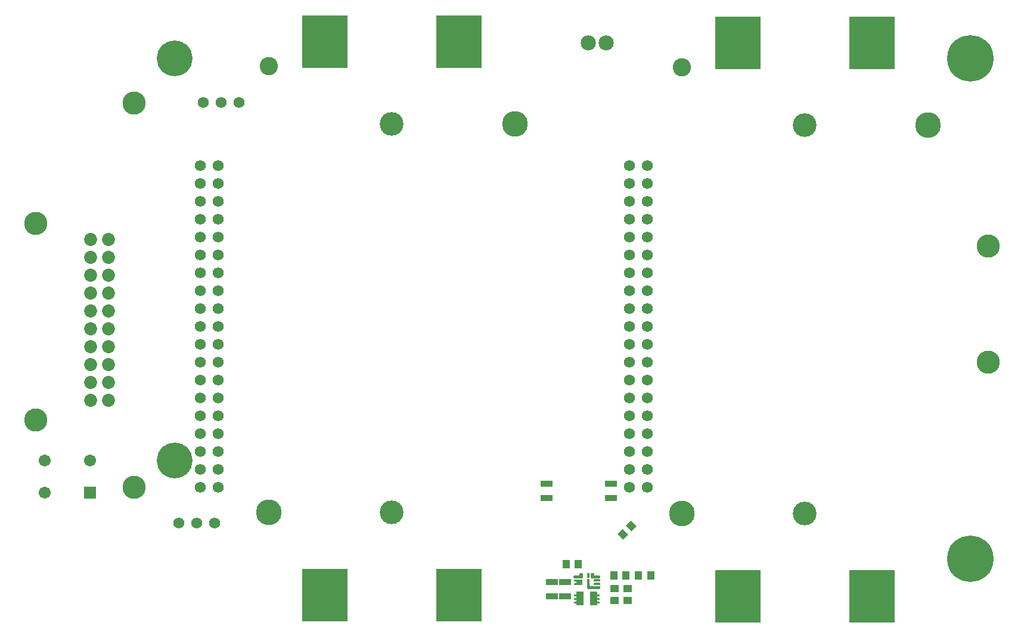
<source format=gbs>
G04*
G04 #@! TF.GenerationSoftware,Altium Limited,Altium Designer,25.8.1 (18)*
G04*
G04 Layer_Color=16711935*
%FSLAX25Y25*%
%MOIN*%
G70*
G04*
G04 #@! TF.SameCoordinates,E1838567-EF02-44A7-8A02-23B903FEE0B8*
G04*
G04*
G04 #@! TF.FilePolarity,Negative*
G04*
G01*
G75*
%ADD26R,0.04000X0.04700*%
%ADD28R,0.04700X0.04000*%
%ADD43R,0.06587X0.03241*%
%ADD44C,0.07296*%
%ADD45C,0.06200*%
%ADD46C,0.14383*%
%ADD47C,0.10209*%
%ADD48C,0.13280*%
%ADD49C,0.06737*%
%ADD50R,0.06737X0.06737*%
%ADD51C,0.08477*%
%ADD52C,0.20000*%
%ADD53C,0.13000*%
%ADD54C,0.26000*%
G04:AMPARAMS|DCode=84|XSize=40mil|YSize=47mil|CornerRadius=0mil|HoleSize=0mil|Usage=FLASHONLY|Rotation=225.000|XOffset=0mil|YOffset=0mil|HoleType=Round|Shape=Rectangle|*
%AMROTATEDRECTD84*
4,1,4,-0.00248,0.03076,0.03076,-0.00248,0.00248,-0.03076,-0.03076,0.00248,-0.00248,0.03076,0.0*
%
%ADD84ROTATEDRECTD84*%

%ADD88R,0.25800X0.29698*%
G36*
X431319Y87465D02*
X431343D01*
X431362Y87461D01*
X431382Y87457D01*
X431402Y87449D01*
X431421Y87441D01*
X431441Y87433D01*
X431457Y87425D01*
X431476Y87417D01*
X431492Y87406D01*
X431512Y87394D01*
X431528Y87382D01*
X431543Y87366D01*
X431559Y87354D01*
X431571Y87339D01*
X431587Y87323D01*
X431598Y87307D01*
X431610Y87287D01*
X431622Y87272D01*
X431630Y87252D01*
X431638Y87236D01*
X431646Y87217D01*
X431653Y87197D01*
X431661Y87177D01*
X431665Y87157D01*
X431669Y87138D01*
Y87114D01*
X431673Y87094D01*
Y87075D01*
Y85303D01*
Y85283D01*
X431669Y85264D01*
Y85240D01*
X431665Y85220D01*
X431661Y85201D01*
X431653Y85181D01*
X431646Y85161D01*
X431638Y85142D01*
X431630Y85126D01*
X431622Y85106D01*
X431610Y85091D01*
X431598Y85071D01*
X431587Y85055D01*
X431571Y85039D01*
X431559Y85024D01*
X431543Y85012D01*
X431528Y84996D01*
X431512Y84984D01*
X431492Y84972D01*
X431476Y84961D01*
X431457Y84953D01*
X431441Y84945D01*
X431421Y84937D01*
X431402Y84929D01*
X431382Y84921D01*
X431362Y84917D01*
X431343Y84913D01*
X431319D01*
X431299Y84909D01*
X430472D01*
X430453Y84913D01*
X430429D01*
X430409Y84917D01*
X430390Y84921D01*
X430370Y84929D01*
X430350Y84937D01*
X430331Y84945D01*
X430315Y84953D01*
X430295Y84961D01*
X430279Y84972D01*
X430260Y84984D01*
X430244Y84996D01*
X430228Y85012D01*
X430213Y85024D01*
X430201Y85039D01*
X430185Y85055D01*
X430173Y85071D01*
X430161Y85091D01*
X430150Y85106D01*
X430142Y85126D01*
X430134Y85142D01*
X430126Y85161D01*
X430118Y85181D01*
X430110Y85201D01*
X430106Y85220D01*
X430102Y85240D01*
Y85264D01*
X430098Y85283D01*
Y85303D01*
Y87075D01*
Y87094D01*
X430102Y87114D01*
Y87138D01*
X430106Y87157D01*
X430110Y87177D01*
X430118Y87197D01*
X430126Y87217D01*
X430134Y87236D01*
X430142Y87252D01*
X430150Y87272D01*
X430161Y87287D01*
X430173Y87307D01*
X430185Y87323D01*
X430201Y87339D01*
X430213Y87354D01*
X430228Y87366D01*
X430244Y87382D01*
X430260Y87394D01*
X430279Y87406D01*
X430295Y87417D01*
X430315Y87425D01*
X430331Y87433D01*
X430350Y87441D01*
X430370Y87449D01*
X430390Y87457D01*
X430409Y87461D01*
X430429Y87465D01*
X430453D01*
X430472Y87468D01*
X431299D01*
X431319Y87465D01*
D02*
G37*
G36*
X433681D02*
X433705D01*
X433724Y87461D01*
X433744Y87457D01*
X433764Y87449D01*
X433783Y87441D01*
X433803Y87433D01*
X433819Y87425D01*
X433839Y87417D01*
X433854Y87406D01*
X433874Y87394D01*
X433890Y87382D01*
X433906Y87366D01*
X433921Y87354D01*
X433933Y87339D01*
X433949Y87323D01*
X433961Y87307D01*
X433972Y87287D01*
X433984Y87272D01*
X433992Y87252D01*
X434000Y87236D01*
X434008Y87217D01*
X434016Y87197D01*
X434024Y87177D01*
X434028Y87157D01*
X434031Y87138D01*
Y87114D01*
X434035Y87094D01*
Y87075D01*
Y86287D01*
Y86276D01*
Y86268D01*
X434039Y86256D01*
Y86248D01*
X434043Y86236D01*
Y86228D01*
X434047Y86216D01*
X434051Y86209D01*
X434055Y86197D01*
X434063Y86189D01*
X434067Y86181D01*
X434075Y86173D01*
X434079Y86165D01*
X434087Y86158D01*
X434094Y86150D01*
X434102Y86142D01*
X434110Y86134D01*
X434118Y86130D01*
X434126Y86122D01*
X434134Y86118D01*
X434142Y86110D01*
X434154Y86106D01*
X434161Y86102D01*
X434173Y86098D01*
X434181D01*
X434193Y86094D01*
X434201D01*
X434213Y86090D01*
X437106D01*
X437126Y86087D01*
X437150D01*
X437169Y86083D01*
X437189Y86079D01*
X437209Y86071D01*
X437228Y86063D01*
X437248Y86055D01*
X437264Y86047D01*
X437284Y86039D01*
X437299Y86027D01*
X437319Y86016D01*
X437335Y86004D01*
X437350Y85988D01*
X437366Y85976D01*
X437378Y85961D01*
X437394Y85945D01*
X437405Y85929D01*
X437417Y85909D01*
X437429Y85894D01*
X437437Y85874D01*
X437445Y85858D01*
X437453Y85839D01*
X437461Y85819D01*
X437468Y85799D01*
X437472Y85780D01*
X437476Y85760D01*
Y85736D01*
X437480Y85716D01*
Y85697D01*
Y85106D01*
Y85087D01*
X437476Y85067D01*
Y85043D01*
X437472Y85024D01*
X437468Y85004D01*
X437461Y84984D01*
X437453Y84965D01*
X437445Y84945D01*
X437437Y84929D01*
X437429Y84909D01*
X437417Y84894D01*
X437405Y84874D01*
X437394Y84858D01*
X437378Y84842D01*
X437366Y84827D01*
X437350Y84815D01*
X437335Y84799D01*
X437319Y84787D01*
X437299Y84776D01*
X437284Y84764D01*
X437264Y84756D01*
X437248Y84748D01*
X437228Y84740D01*
X437209Y84732D01*
X437189Y84724D01*
X437169Y84720D01*
X437150Y84716D01*
X437126D01*
X437106Y84713D01*
X432638D01*
X432618Y84716D01*
X432594D01*
X432575Y84720D01*
X432555Y84724D01*
X432535Y84732D01*
X432516Y84740D01*
X432496Y84748D01*
X432480Y84756D01*
X432461Y84764D01*
X432445Y84776D01*
X432425Y84787D01*
X432409Y84799D01*
X432394Y84815D01*
X432378Y84827D01*
X432366Y84842D01*
X432350Y84858D01*
X432339Y84874D01*
X432327Y84894D01*
X432315Y84909D01*
X432307Y84929D01*
X432299Y84945D01*
X432291Y84965D01*
X432283Y84984D01*
X432276Y85004D01*
X432272Y85024D01*
X432268Y85043D01*
Y85067D01*
X432264Y85087D01*
Y85106D01*
Y87075D01*
Y87094D01*
X432268Y87114D01*
Y87138D01*
X432272Y87157D01*
X432276Y87177D01*
X432283Y87197D01*
X432291Y87217D01*
X432299Y87236D01*
X432307Y87252D01*
X432315Y87272D01*
X432327Y87287D01*
X432339Y87307D01*
X432350Y87323D01*
X432366Y87339D01*
X432378Y87354D01*
X432394Y87366D01*
X432409Y87382D01*
X432425Y87394D01*
X432445Y87406D01*
X432461Y87417D01*
X432480Y87425D01*
X432496Y87433D01*
X432516Y87441D01*
X432535Y87449D01*
X432555Y87457D01*
X432575Y87461D01*
X432594Y87465D01*
X432618D01*
X432638Y87468D01*
X433661D01*
X433681Y87465D01*
D02*
G37*
G36*
X427382D02*
X427406D01*
X427425Y87461D01*
X427445Y87457D01*
X427465Y87449D01*
X427484Y87441D01*
X427504Y87433D01*
X427520Y87425D01*
X427539Y87417D01*
X427555Y87406D01*
X427575Y87394D01*
X427591Y87382D01*
X427606Y87366D01*
X427622Y87354D01*
X427634Y87339D01*
X427650Y87323D01*
X427661Y87307D01*
X427673Y87287D01*
X427685Y87272D01*
X427693Y87252D01*
X427701Y87236D01*
X427709Y87217D01*
X427716Y87197D01*
X427724Y87177D01*
X427728Y87157D01*
X427732Y87138D01*
Y87114D01*
X427736Y87094D01*
Y87075D01*
Y85106D01*
Y85087D01*
X427732Y85067D01*
Y85043D01*
X427728Y85024D01*
X427724Y85004D01*
X427716Y84984D01*
X427709Y84965D01*
X427701Y84945D01*
X427693Y84929D01*
X427685Y84909D01*
X427673Y84894D01*
X427661Y84874D01*
X427650Y84858D01*
X427634Y84842D01*
X427622Y84827D01*
X427606Y84815D01*
X427591Y84799D01*
X427575Y84787D01*
X427555Y84776D01*
X427539Y84764D01*
X427520Y84756D01*
X427504Y84748D01*
X427484Y84740D01*
X427465Y84732D01*
X427445Y84724D01*
X427425Y84720D01*
X427406Y84716D01*
X427382D01*
X427362Y84713D01*
X422894D01*
X422874Y84716D01*
X422850D01*
X422831Y84720D01*
X422811Y84724D01*
X422791Y84732D01*
X422772Y84740D01*
X422752Y84748D01*
X422736Y84756D01*
X422717Y84764D01*
X422701Y84776D01*
X422681Y84787D01*
X422665Y84799D01*
X422650Y84815D01*
X422634Y84827D01*
X422622Y84842D01*
X422606Y84858D01*
X422594Y84874D01*
X422583Y84894D01*
X422571Y84909D01*
X422563Y84929D01*
X422555Y84945D01*
X422547Y84965D01*
X422539Y84984D01*
X422532Y85004D01*
X422528Y85024D01*
X422524Y85043D01*
Y85067D01*
X422520Y85087D01*
Y85106D01*
Y85697D01*
Y85716D01*
X422524Y85736D01*
Y85760D01*
X422528Y85780D01*
X422532Y85799D01*
X422539Y85819D01*
X422547Y85839D01*
X422555Y85858D01*
X422563Y85874D01*
X422571Y85894D01*
X422583Y85909D01*
X422594Y85929D01*
X422606Y85945D01*
X422622Y85961D01*
X422634Y85976D01*
X422650Y85988D01*
X422665Y86004D01*
X422681Y86016D01*
X422701Y86027D01*
X422717Y86039D01*
X422736Y86047D01*
X422752Y86055D01*
X422772Y86063D01*
X422791Y86071D01*
X422811Y86079D01*
X422831Y86083D01*
X422850Y86087D01*
X422874D01*
X422894Y86090D01*
X425787D01*
X425799Y86094D01*
X425807D01*
X425819Y86098D01*
X425827D01*
X425839Y86102D01*
X425846Y86106D01*
X425858Y86110D01*
X425866Y86118D01*
X425874Y86122D01*
X425882Y86130D01*
X425890Y86134D01*
X425898Y86142D01*
X425906Y86150D01*
X425913Y86158D01*
X425921Y86165D01*
X425925Y86173D01*
X425933Y86181D01*
X425937Y86189D01*
X425945Y86197D01*
X425949Y86209D01*
X425953Y86216D01*
X425957Y86228D01*
Y86236D01*
X425961Y86248D01*
Y86256D01*
X425965Y86268D01*
Y86276D01*
Y86287D01*
Y87075D01*
Y87094D01*
X425969Y87114D01*
Y87138D01*
X425972Y87157D01*
X425976Y87177D01*
X425984Y87197D01*
X425992Y87217D01*
X426000Y87236D01*
X426008Y87252D01*
X426016Y87272D01*
X426028Y87287D01*
X426039Y87307D01*
X426051Y87323D01*
X426067Y87339D01*
X426079Y87354D01*
X426094Y87366D01*
X426110Y87382D01*
X426126Y87394D01*
X426146Y87406D01*
X426161Y87417D01*
X426181Y87425D01*
X426197Y87433D01*
X426217Y87441D01*
X426236Y87449D01*
X426256Y87457D01*
X426276Y87461D01*
X426295Y87465D01*
X426319D01*
X426339Y87468D01*
X427362D01*
X427382Y87465D01*
D02*
G37*
G36*
X437126Y84118D02*
X437150D01*
X437169Y84114D01*
X437189Y84110D01*
X437209Y84102D01*
X437228Y84095D01*
X437248Y84087D01*
X437264Y84079D01*
X437284Y84071D01*
X437299Y84059D01*
X437319Y84047D01*
X437335Y84035D01*
X437350Y84020D01*
X437366Y84008D01*
X437378Y83992D01*
X437394Y83976D01*
X437405Y83961D01*
X437417Y83941D01*
X437429Y83925D01*
X437437Y83906D01*
X437445Y83890D01*
X437453Y83870D01*
X437461Y83850D01*
X437468Y83831D01*
X437472Y83811D01*
X437476Y83791D01*
Y83768D01*
X437480Y83748D01*
Y83728D01*
Y83138D01*
Y83118D01*
X437476Y83098D01*
Y83075D01*
X437472Y83055D01*
X437468Y83035D01*
X437461Y83016D01*
X437453Y82996D01*
X437445Y82976D01*
X437437Y82961D01*
X437429Y82941D01*
X437417Y82925D01*
X437405Y82906D01*
X437394Y82890D01*
X437378Y82874D01*
X437366Y82858D01*
X437350Y82846D01*
X437335Y82831D01*
X437319Y82819D01*
X437299Y82807D01*
X437284Y82795D01*
X437264Y82787D01*
X437248Y82780D01*
X437228Y82772D01*
X437209Y82764D01*
X437189Y82756D01*
X437169Y82752D01*
X437150Y82748D01*
X437126D01*
X437106Y82744D01*
X434311D01*
X434291Y82748D01*
X434268D01*
X434248Y82752D01*
X434228Y82756D01*
X434209Y82764D01*
X434189Y82772D01*
X434169Y82780D01*
X434154Y82787D01*
X434134Y82795D01*
X434118Y82807D01*
X434098Y82819D01*
X434083Y82831D01*
X434067Y82846D01*
X434051Y82858D01*
X434039Y82874D01*
X434024Y82890D01*
X434012Y82906D01*
X434000Y82925D01*
X433988Y82941D01*
X433980Y82961D01*
X433972Y82976D01*
X433965Y82996D01*
X433957Y83016D01*
X433949Y83035D01*
X433945Y83055D01*
X433941Y83075D01*
Y83098D01*
X433937Y83118D01*
Y83138D01*
Y83728D01*
Y83748D01*
X433941Y83768D01*
Y83791D01*
X433945Y83811D01*
X433949Y83831D01*
X433957Y83850D01*
X433965Y83870D01*
X433972Y83890D01*
X433980Y83906D01*
X433988Y83925D01*
X434000Y83941D01*
X434012Y83961D01*
X434024Y83976D01*
X434039Y83992D01*
X434051Y84008D01*
X434067Y84020D01*
X434083Y84035D01*
X434098Y84047D01*
X434118Y84059D01*
X434134Y84071D01*
X434154Y84079D01*
X434169Y84087D01*
X434189Y84095D01*
X434209Y84102D01*
X434228Y84110D01*
X434248Y84114D01*
X434268Y84118D01*
X434291D01*
X434311Y84122D01*
X437106D01*
X437126Y84118D01*
D02*
G37*
G36*
X427276Y83921D02*
X427283D01*
X427295Y83917D01*
X427303D01*
X427315Y83913D01*
X427323Y83909D01*
X427335Y83906D01*
X427343Y83898D01*
X427350Y83894D01*
X427358Y83886D01*
X427366Y83882D01*
X427374Y83874D01*
X427382Y83866D01*
X427390Y83858D01*
X427398Y83850D01*
X427402Y83842D01*
X427410Y83835D01*
X427413Y83827D01*
X427421Y83819D01*
X427425Y83807D01*
X427429Y83799D01*
X427433Y83787D01*
Y83780D01*
X427437Y83768D01*
Y83760D01*
X427441Y83748D01*
Y83740D01*
Y83728D01*
Y81169D01*
Y81157D01*
Y81150D01*
X427437Y81138D01*
Y81130D01*
X427433Y81118D01*
Y81110D01*
X427429Y81098D01*
X427425Y81090D01*
X427421Y81079D01*
X427413Y81071D01*
X427410Y81063D01*
X427402Y81055D01*
X427398Y81047D01*
X427390Y81039D01*
X427382Y81032D01*
X427374Y81024D01*
X427366Y81016D01*
X427358Y81012D01*
X427350Y81004D01*
X427343Y81000D01*
X427335Y80992D01*
X427323Y80988D01*
X427315Y80984D01*
X427303Y80980D01*
X427295D01*
X427283Y80976D01*
X427276D01*
X427264Y80972D01*
X422894D01*
X422882Y80976D01*
X422874D01*
X422862Y80980D01*
X422854D01*
X422843Y80984D01*
X422835Y80988D01*
X422823Y80992D01*
X422815Y81000D01*
X422807Y81004D01*
X422799Y81012D01*
X422791Y81016D01*
X422784Y81024D01*
X422776Y81032D01*
X422768Y81039D01*
X422760Y81047D01*
X422756Y81055D01*
X422748Y81063D01*
X422744Y81071D01*
X422736Y81079D01*
X422732Y81090D01*
X422728Y81098D01*
X422724Y81110D01*
Y81118D01*
X422720Y81130D01*
Y81138D01*
X422717Y81150D01*
Y81157D01*
Y81169D01*
Y81760D01*
Y81772D01*
Y81779D01*
X422720Y81791D01*
Y81799D01*
X422724Y81811D01*
Y81819D01*
X422728Y81831D01*
X422732Y81839D01*
X422736Y81850D01*
X422744Y81858D01*
X422748Y81866D01*
X422756Y81874D01*
X422760Y81882D01*
X422768Y81890D01*
X422776Y81898D01*
X422784Y81906D01*
X422791Y81913D01*
X422799Y81917D01*
X422807Y81925D01*
X422815Y81929D01*
X422823Y81937D01*
X422835Y81941D01*
X422843Y81945D01*
X422854Y81949D01*
X422862D01*
X422874Y81953D01*
X422882D01*
X422894Y81957D01*
X424114D01*
X424126Y81961D01*
X424134D01*
X424146Y81965D01*
X424154D01*
X424165Y81968D01*
X424173Y81972D01*
X424185Y81976D01*
X424193Y81984D01*
X424201Y81988D01*
X424209Y81996D01*
X424217Y82000D01*
X424224Y82008D01*
X424232Y82016D01*
X424240Y82024D01*
X424248Y82032D01*
X424252Y82039D01*
X424260Y82047D01*
X424264Y82055D01*
X424272Y82063D01*
X424276Y82075D01*
X424279Y82083D01*
X424284Y82095D01*
Y82102D01*
X424287Y82114D01*
Y82122D01*
X424291Y82134D01*
Y82142D01*
Y82153D01*
Y82744D01*
Y82756D01*
Y82764D01*
X424287Y82776D01*
Y82784D01*
X424284Y82795D01*
Y82803D01*
X424279Y82815D01*
X424276Y82823D01*
X424272Y82835D01*
X424264Y82842D01*
X424260Y82850D01*
X424252Y82858D01*
X424248Y82866D01*
X424240Y82874D01*
X424232Y82882D01*
X424224Y82890D01*
X424217Y82898D01*
X424209Y82902D01*
X424201Y82909D01*
X424193Y82913D01*
X424185Y82921D01*
X424173Y82925D01*
X424165Y82929D01*
X424154Y82933D01*
X424146D01*
X424134Y82937D01*
X424126D01*
X424114Y82941D01*
X422894D01*
X422882Y82945D01*
X422874D01*
X422862Y82949D01*
X422854D01*
X422843Y82953D01*
X422835Y82957D01*
X422823Y82961D01*
X422815Y82968D01*
X422807Y82972D01*
X422799Y82980D01*
X422791Y82984D01*
X422784Y82992D01*
X422776Y83000D01*
X422768Y83008D01*
X422760Y83016D01*
X422756Y83024D01*
X422748Y83031D01*
X422744Y83039D01*
X422736Y83047D01*
X422732Y83059D01*
X422728Y83067D01*
X422724Y83079D01*
Y83087D01*
X422720Y83098D01*
Y83106D01*
X422717Y83118D01*
Y83126D01*
Y83138D01*
Y83728D01*
Y83740D01*
Y83748D01*
X422720Y83760D01*
Y83768D01*
X422724Y83780D01*
Y83787D01*
X422728Y83799D01*
X422732Y83807D01*
X422736Y83819D01*
X422744Y83827D01*
X422748Y83835D01*
X422756Y83842D01*
X422760Y83850D01*
X422768Y83858D01*
X422776Y83866D01*
X422784Y83874D01*
X422791Y83882D01*
X422799Y83886D01*
X422807Y83894D01*
X422815Y83898D01*
X422823Y83906D01*
X422835Y83909D01*
X422843Y83913D01*
X422854Y83917D01*
X422862D01*
X422874Y83921D01*
X422882D01*
X422894Y83925D01*
X427264D01*
X427276Y83921D01*
D02*
G37*
G36*
X437126Y82150D02*
X437150D01*
X437169Y82146D01*
X437189Y82142D01*
X437209Y82134D01*
X437228Y82126D01*
X437248Y82118D01*
X437264Y82110D01*
X437284Y82102D01*
X437299Y82091D01*
X437319Y82079D01*
X437335Y82067D01*
X437350Y82051D01*
X437366Y82039D01*
X437378Y82024D01*
X437394Y82008D01*
X437405Y81992D01*
X437417Y81972D01*
X437429Y81957D01*
X437437Y81937D01*
X437445Y81921D01*
X437453Y81902D01*
X437461Y81882D01*
X437468Y81862D01*
X437472Y81842D01*
X437476Y81823D01*
Y81799D01*
X437480Y81779D01*
Y81760D01*
Y81169D01*
Y81150D01*
X437476Y81130D01*
Y81106D01*
X437472Y81087D01*
X437468Y81067D01*
X437461Y81047D01*
X437453Y81028D01*
X437445Y81008D01*
X437437Y80992D01*
X437429Y80972D01*
X437417Y80957D01*
X437405Y80937D01*
X437394Y80921D01*
X437378Y80905D01*
X437366Y80890D01*
X437350Y80878D01*
X437335Y80862D01*
X437319Y80850D01*
X437299Y80839D01*
X437284Y80827D01*
X437264Y80819D01*
X437248Y80811D01*
X437228Y80803D01*
X437209Y80795D01*
X437189Y80787D01*
X437169Y80783D01*
X437150Y80779D01*
X437126D01*
X437106Y80776D01*
X434311D01*
X434291Y80779D01*
X434268D01*
X434248Y80783D01*
X434228Y80787D01*
X434209Y80795D01*
X434189Y80803D01*
X434169Y80811D01*
X434154Y80819D01*
X434134Y80827D01*
X434118Y80839D01*
X434098Y80850D01*
X434083Y80862D01*
X434067Y80878D01*
X434051Y80890D01*
X434039Y80905D01*
X434024Y80921D01*
X434012Y80937D01*
X434000Y80957D01*
X433988Y80972D01*
X433980Y80992D01*
X433972Y81008D01*
X433965Y81028D01*
X433957Y81047D01*
X433949Y81067D01*
X433945Y81087D01*
X433941Y81106D01*
Y81130D01*
X433937Y81150D01*
Y81169D01*
Y81760D01*
Y81779D01*
X433941Y81799D01*
Y81823D01*
X433945Y81842D01*
X433949Y81862D01*
X433957Y81882D01*
X433965Y81902D01*
X433972Y81921D01*
X433980Y81937D01*
X433988Y81957D01*
X434000Y81972D01*
X434012Y81992D01*
X434024Y82008D01*
X434039Y82024D01*
X434051Y82039D01*
X434067Y82051D01*
X434083Y82067D01*
X434098Y82079D01*
X434118Y82091D01*
X434134Y82102D01*
X434154Y82110D01*
X434169Y82118D01*
X434189Y82126D01*
X434209Y82134D01*
X434228Y82142D01*
X434248Y82146D01*
X434268Y82150D01*
X434291D01*
X434311Y82153D01*
X437106D01*
X437126Y82150D01*
D02*
G37*
G36*
X431319Y84315D02*
X431343D01*
X431362Y84311D01*
X431382Y84307D01*
X431402Y84299D01*
X431421Y84291D01*
X431441Y84284D01*
X431457Y84276D01*
X431476Y84268D01*
X431492Y84256D01*
X431512Y84244D01*
X431528Y84232D01*
X431543Y84216D01*
X431559Y84205D01*
X431571Y84189D01*
X431587Y84173D01*
X431598Y84158D01*
X431610Y84138D01*
X431622Y84122D01*
X431630Y84102D01*
X431638Y84087D01*
X431646Y84067D01*
X431653Y84047D01*
X431661Y84027D01*
X431665Y84008D01*
X431669Y83988D01*
Y83965D01*
X431673Y83945D01*
Y83925D01*
Y80984D01*
Y80972D01*
Y80961D01*
Y80953D01*
X431677Y80941D01*
Y80933D01*
Y80921D01*
X431681Y80909D01*
Y80902D01*
X431685Y80890D01*
Y80882D01*
X431689Y80870D01*
X431693Y80862D01*
X431697Y80850D01*
X431701Y80843D01*
X431705Y80831D01*
X431709Y80823D01*
X431713Y80815D01*
X431716Y80803D01*
X431720Y80795D01*
X431724Y80787D01*
X431732Y80776D01*
X431736Y80768D01*
X431744Y80760D01*
X431748Y80752D01*
X431756Y80744D01*
X431760Y80736D01*
X431768Y80728D01*
X431776Y80721D01*
X431779Y80713D01*
X431787Y80705D01*
X432189Y80303D01*
X432197Y80295D01*
X432205Y80287D01*
X432213Y80279D01*
X432221Y80276D01*
X432228Y80268D01*
X432236Y80264D01*
X432244Y80256D01*
X432256Y80252D01*
X432264Y80244D01*
X432272Y80240D01*
X432279Y80236D01*
X432291Y80228D01*
X432299Y80224D01*
X432307Y80221D01*
X432319Y80216D01*
X432327Y80213D01*
X432339Y80209D01*
X432346Y80205D01*
X432358D01*
X432366Y80201D01*
X432378Y80197D01*
X432386D01*
X432398Y80193D01*
X432406D01*
X432417Y80189D01*
X432461D01*
X432469Y80185D01*
X437126D01*
X437150Y80181D01*
X437169Y80177D01*
X437189Y80173D01*
X437209Y80169D01*
X437228Y80161D01*
X437248Y80154D01*
X437264Y80146D01*
X437284Y80134D01*
X437299Y80122D01*
X437319Y80110D01*
X437335Y80098D01*
X437350Y80087D01*
X437366Y80071D01*
X437378Y80055D01*
X437394Y80039D01*
X437405Y80024D01*
X437417Y80008D01*
X437429Y79992D01*
X437437Y79972D01*
X437445Y79953D01*
X437453Y79933D01*
X437461Y79913D01*
X437468Y79894D01*
X437472Y79874D01*
X437476Y79854D01*
Y79835D01*
X437480Y79815D01*
Y79791D01*
Y79106D01*
Y79083D01*
X437476Y79063D01*
Y79043D01*
X437472Y79024D01*
X437468Y79004D01*
X437461Y78984D01*
X437453Y78965D01*
X437445Y78945D01*
X437437Y78925D01*
X437429Y78905D01*
X437417Y78890D01*
X437405Y78874D01*
X437394Y78858D01*
X437378Y78843D01*
X437366Y78827D01*
X437350Y78811D01*
X437335Y78799D01*
X437319Y78787D01*
X437299Y78776D01*
X437284Y78764D01*
X437264Y78752D01*
X437248Y78744D01*
X437228Y78736D01*
X437209Y78728D01*
X437189Y78724D01*
X437169Y78720D01*
X437150Y78716D01*
X437126Y78713D01*
X430650D01*
X430626Y78716D01*
X430606Y78720D01*
X430587Y78724D01*
X430567Y78728D01*
X430547Y78736D01*
X430528Y78744D01*
X430512Y78752D01*
X430492Y78764D01*
X430476Y78776D01*
X430457Y78787D01*
X430441Y78799D01*
X430425Y78811D01*
X430409Y78827D01*
X430398Y78843D01*
X430382Y78858D01*
X430370Y78874D01*
X430358Y78890D01*
X430346Y78909D01*
X430339Y78925D01*
X430331Y78945D01*
X430323Y78965D01*
X430315Y78984D01*
X430307Y79004D01*
X430303Y79024D01*
X430299Y79043D01*
Y79063D01*
X430295Y79083D01*
Y79106D01*
Y83925D01*
Y83945D01*
X430299Y83965D01*
Y83988D01*
X430303Y84008D01*
X430307Y84027D01*
X430315Y84047D01*
X430323Y84067D01*
X430331Y84087D01*
X430339Y84102D01*
X430346Y84122D01*
X430358Y84138D01*
X430370Y84158D01*
X430382Y84173D01*
X430398Y84189D01*
X430409Y84205D01*
X430425Y84216D01*
X430441Y84232D01*
X430457Y84244D01*
X430476Y84256D01*
X430492Y84268D01*
X430512Y84276D01*
X430528Y84284D01*
X430547Y84291D01*
X430567Y84299D01*
X430587Y84307D01*
X430606Y84311D01*
X430626Y84315D01*
X430650D01*
X430669Y84319D01*
X431299D01*
X431319Y84315D01*
D02*
G37*
G36*
X435543Y77130D02*
X435551D01*
X435563Y77126D01*
X435571D01*
X435583Y77122D01*
X435591Y77118D01*
X435602Y77114D01*
X435610Y77106D01*
X435618Y77102D01*
X435626Y77095D01*
X435634Y77091D01*
X435642Y77083D01*
X435650Y77075D01*
X435658Y77067D01*
X435665Y77059D01*
X435669Y77051D01*
X435677Y77043D01*
X435681Y77035D01*
X435689Y77027D01*
X435693Y77016D01*
X435697Y77008D01*
X435701Y76996D01*
Y76988D01*
X435705Y76976D01*
Y76968D01*
X435709Y76957D01*
Y76949D01*
Y76937D01*
Y75697D01*
Y75685D01*
Y75677D01*
X435713Y75665D01*
Y75657D01*
X435716Y75646D01*
Y75638D01*
X435720Y75626D01*
X435724Y75618D01*
X435728Y75606D01*
X435736Y75598D01*
X435740Y75590D01*
X435748Y75583D01*
X435752Y75575D01*
X435760Y75567D01*
X435768Y75559D01*
X435776Y75551D01*
X435783Y75543D01*
X435791Y75539D01*
X435799Y75532D01*
X435807Y75528D01*
X435815Y75520D01*
X435827Y75516D01*
X435835Y75512D01*
X435847Y75508D01*
X435854D01*
X435866Y75504D01*
X435874D01*
X435886Y75500D01*
X437106D01*
X437118Y75496D01*
X437126D01*
X437138Y75492D01*
X437146D01*
X437157Y75488D01*
X437165Y75484D01*
X437177Y75480D01*
X437185Y75472D01*
X437193Y75468D01*
X437201Y75461D01*
X437209Y75457D01*
X437217Y75449D01*
X437224Y75441D01*
X437232Y75433D01*
X437240Y75425D01*
X437244Y75417D01*
X437252Y75409D01*
X437256Y75402D01*
X437264Y75394D01*
X437268Y75382D01*
X437272Y75374D01*
X437276Y75362D01*
Y75354D01*
X437280Y75343D01*
Y75335D01*
X437284Y75323D01*
Y75315D01*
Y75303D01*
Y74713D01*
Y74701D01*
Y74693D01*
X437280Y74681D01*
Y74673D01*
X437276Y74661D01*
Y74654D01*
X437272Y74642D01*
X437268Y74634D01*
X437264Y74622D01*
X437256Y74614D01*
X437252Y74606D01*
X437244Y74598D01*
X437240Y74590D01*
X437232Y74583D01*
X437224Y74575D01*
X437217Y74567D01*
X437209Y74559D01*
X437201Y74555D01*
X437193Y74547D01*
X437185Y74543D01*
X437177Y74535D01*
X437165Y74532D01*
X437157Y74528D01*
X437146Y74524D01*
X437138D01*
X437126Y74520D01*
X437118D01*
X437106Y74516D01*
X435886D01*
X435874Y74512D01*
X435866D01*
X435854Y74508D01*
X435847D01*
X435835Y74504D01*
X435827Y74500D01*
X435815Y74496D01*
X435807Y74488D01*
X435799Y74484D01*
X435791Y74476D01*
X435783Y74472D01*
X435776Y74465D01*
X435768Y74457D01*
X435760Y74449D01*
X435752Y74441D01*
X435748Y74433D01*
X435740Y74425D01*
X435736Y74417D01*
X435728Y74409D01*
X435724Y74398D01*
X435720Y74390D01*
X435716Y74378D01*
Y74370D01*
X435713Y74358D01*
Y74350D01*
X435709Y74339D01*
Y74331D01*
Y74319D01*
Y73728D01*
Y73716D01*
Y73709D01*
X435713Y73697D01*
Y73689D01*
X435716Y73677D01*
Y73669D01*
X435720Y73658D01*
X435724Y73650D01*
X435728Y73638D01*
X435736Y73630D01*
X435740Y73622D01*
X435748Y73614D01*
X435752Y73606D01*
X435760Y73598D01*
X435768Y73590D01*
X435776Y73583D01*
X435783Y73575D01*
X435791Y73571D01*
X435799Y73563D01*
X435807Y73559D01*
X435815Y73551D01*
X435827Y73547D01*
X435835Y73543D01*
X435847Y73539D01*
X435854D01*
X435866Y73535D01*
X435874D01*
X435886Y73532D01*
X437106D01*
X437118Y73527D01*
X437126D01*
X437138Y73524D01*
X437146D01*
X437157Y73520D01*
X437165Y73516D01*
X437177Y73512D01*
X437185Y73504D01*
X437193Y73500D01*
X437201Y73492D01*
X437209Y73488D01*
X437217Y73480D01*
X437224Y73472D01*
X437232Y73465D01*
X437240Y73457D01*
X437244Y73449D01*
X437252Y73441D01*
X437256Y73433D01*
X437264Y73425D01*
X437268Y73413D01*
X437272Y73405D01*
X437276Y73394D01*
Y73386D01*
X437280Y73374D01*
Y73366D01*
X437284Y73354D01*
Y73347D01*
Y73335D01*
Y72744D01*
Y72732D01*
Y72724D01*
X437280Y72713D01*
Y72705D01*
X437276Y72693D01*
Y72685D01*
X437272Y72673D01*
X437268Y72665D01*
X437264Y72654D01*
X437256Y72646D01*
X437252Y72638D01*
X437244Y72630D01*
X437240Y72622D01*
X437232Y72614D01*
X437224Y72606D01*
X437217Y72598D01*
X437209Y72591D01*
X437201Y72587D01*
X437193Y72579D01*
X437185Y72575D01*
X437177Y72567D01*
X437165Y72563D01*
X437157Y72559D01*
X437146Y72555D01*
X437138D01*
X437126Y72551D01*
X437118D01*
X437106Y72547D01*
X435886D01*
X435874Y72543D01*
X435866D01*
X435854Y72539D01*
X435847D01*
X435835Y72535D01*
X435827Y72531D01*
X435815Y72527D01*
X435807Y72520D01*
X435799Y72516D01*
X435791Y72508D01*
X435783Y72504D01*
X435776Y72496D01*
X435768Y72488D01*
X435760Y72480D01*
X435752Y72472D01*
X435748Y72465D01*
X435740Y72457D01*
X435736Y72449D01*
X435728Y72441D01*
X435724Y72429D01*
X435720Y72421D01*
X435716Y72409D01*
Y72402D01*
X435713Y72390D01*
Y72382D01*
X435709Y72370D01*
Y72362D01*
Y72350D01*
Y71760D01*
Y71748D01*
Y71740D01*
X435713Y71728D01*
Y71720D01*
X435716Y71709D01*
Y71701D01*
X435720Y71689D01*
X435724Y71681D01*
X435728Y71669D01*
X435736Y71661D01*
X435740Y71653D01*
X435748Y71646D01*
X435752Y71638D01*
X435760Y71630D01*
X435768Y71622D01*
X435776Y71614D01*
X435783Y71606D01*
X435791Y71602D01*
X435799Y71595D01*
X435807Y71591D01*
X435815Y71583D01*
X435827Y71579D01*
X435835Y71575D01*
X435847Y71571D01*
X435854D01*
X435866Y71567D01*
X435874D01*
X435886Y71563D01*
X437106D01*
X437118Y71559D01*
X437126D01*
X437138Y71555D01*
X437146D01*
X437157Y71551D01*
X437165Y71547D01*
X437177Y71543D01*
X437185Y71535D01*
X437193Y71531D01*
X437201Y71524D01*
X437209Y71520D01*
X437217Y71512D01*
X437224Y71504D01*
X437232Y71496D01*
X437240Y71488D01*
X437244Y71480D01*
X437252Y71472D01*
X437256Y71465D01*
X437264Y71457D01*
X437268Y71445D01*
X437272Y71437D01*
X437276Y71425D01*
Y71417D01*
X437280Y71406D01*
Y71398D01*
X437284Y71386D01*
Y71378D01*
Y71366D01*
Y70776D01*
Y70764D01*
Y70756D01*
X437280Y70744D01*
Y70736D01*
X437276Y70724D01*
Y70717D01*
X437272Y70705D01*
X437268Y70697D01*
X437264Y70685D01*
X437256Y70677D01*
X437252Y70669D01*
X437244Y70661D01*
X437240Y70653D01*
X437232Y70646D01*
X437224Y70638D01*
X437217Y70630D01*
X437209Y70622D01*
X437201Y70618D01*
X437193Y70610D01*
X437185Y70606D01*
X437177Y70598D01*
X437165Y70595D01*
X437157Y70591D01*
X437146Y70587D01*
X437138D01*
X437126Y70583D01*
X437118D01*
X437106Y70579D01*
X435886D01*
X435874Y70575D01*
X435866D01*
X435854Y70571D01*
X435847D01*
X435835Y70567D01*
X435827Y70563D01*
X435815Y70559D01*
X435807Y70551D01*
X435799Y70547D01*
X435791Y70539D01*
X435783Y70535D01*
X435776Y70527D01*
X435768Y70520D01*
X435760Y70512D01*
X435752Y70504D01*
X435748Y70496D01*
X435740Y70488D01*
X435736Y70480D01*
X435728Y70472D01*
X435724Y70461D01*
X435720Y70453D01*
X435716Y70441D01*
Y70433D01*
X435713Y70421D01*
Y70413D01*
X435709Y70402D01*
Y70394D01*
Y70382D01*
Y69752D01*
Y69740D01*
Y69732D01*
X435705Y69721D01*
Y69713D01*
X435701Y69701D01*
Y69693D01*
X435697Y69681D01*
X435693Y69673D01*
X435689Y69661D01*
X435681Y69653D01*
X435677Y69646D01*
X435669Y69638D01*
X435665Y69630D01*
X435658Y69622D01*
X435650Y69614D01*
X435642Y69606D01*
X435634Y69598D01*
X435626Y69595D01*
X435618Y69587D01*
X435610Y69583D01*
X435602Y69575D01*
X435591Y69571D01*
X435583Y69567D01*
X435571Y69563D01*
X435563D01*
X435551Y69559D01*
X435543D01*
X435532Y69555D01*
X431949D01*
X431937Y69559D01*
X431929D01*
X431917Y69563D01*
X431910D01*
X431898Y69567D01*
X431890Y69571D01*
X431878Y69575D01*
X431870Y69583D01*
X431862Y69587D01*
X431854Y69595D01*
X431847Y69598D01*
X431839Y69606D01*
X431831Y69614D01*
X431823Y69622D01*
X431815Y69630D01*
X431811Y69638D01*
X431803Y69646D01*
X431799Y69653D01*
X431791Y69661D01*
X431787Y69673D01*
X431783Y69681D01*
X431779Y69693D01*
Y69701D01*
X431776Y69713D01*
Y69721D01*
X431772Y69732D01*
Y69740D01*
Y69752D01*
Y76937D01*
Y76949D01*
Y76957D01*
X431776Y76968D01*
Y76976D01*
X431779Y76988D01*
Y76996D01*
X431783Y77008D01*
X431787Y77016D01*
X431791Y77027D01*
X431799Y77035D01*
X431803Y77043D01*
X431811Y77051D01*
X431815Y77059D01*
X431823Y77067D01*
X431831Y77075D01*
X431839Y77083D01*
X431847Y77091D01*
X431854Y77095D01*
X431862Y77102D01*
X431870Y77106D01*
X431878Y77114D01*
X431890Y77118D01*
X431898Y77122D01*
X431910Y77126D01*
X431917D01*
X431929Y77130D01*
X431937D01*
X431949Y77134D01*
X435532D01*
X435543Y77130D01*
D02*
G37*
G36*
X428063D02*
X428071D01*
X428083Y77126D01*
X428090D01*
X428102Y77122D01*
X428110Y77118D01*
X428122Y77114D01*
X428130Y77106D01*
X428138Y77102D01*
X428146Y77095D01*
X428154Y77091D01*
X428161Y77083D01*
X428169Y77075D01*
X428177Y77067D01*
X428185Y77059D01*
X428189Y77051D01*
X428197Y77043D01*
X428201Y77035D01*
X428209Y77027D01*
X428213Y77016D01*
X428217Y77008D01*
X428221Y76996D01*
Y76988D01*
X428224Y76976D01*
Y76968D01*
X428228Y76957D01*
Y76949D01*
Y76937D01*
Y69752D01*
Y69740D01*
Y69732D01*
X428224Y69721D01*
Y69713D01*
X428221Y69701D01*
Y69693D01*
X428217Y69681D01*
X428213Y69673D01*
X428209Y69661D01*
X428201Y69653D01*
X428197Y69646D01*
X428189Y69638D01*
X428185Y69630D01*
X428177Y69622D01*
X428169Y69614D01*
X428161Y69606D01*
X428154Y69598D01*
X428146Y69595D01*
X428138Y69587D01*
X428130Y69583D01*
X428122Y69575D01*
X428110Y69571D01*
X428102Y69567D01*
X428090Y69563D01*
X428083D01*
X428071Y69559D01*
X428063D01*
X428051Y69555D01*
X424469D01*
X424457Y69559D01*
X424449D01*
X424437Y69563D01*
X424429D01*
X424417Y69567D01*
X424409Y69571D01*
X424398Y69575D01*
X424390Y69583D01*
X424382Y69587D01*
X424374Y69595D01*
X424366Y69598D01*
X424358Y69606D01*
X424350Y69614D01*
X424342Y69622D01*
X424335Y69630D01*
X424331Y69638D01*
X424323Y69646D01*
X424319Y69653D01*
X424311Y69661D01*
X424307Y69673D01*
X424303Y69681D01*
X424299Y69693D01*
Y69701D01*
X424295Y69713D01*
Y69721D01*
X424291Y69732D01*
Y69740D01*
Y69752D01*
Y70382D01*
Y70394D01*
Y70402D01*
X424287Y70413D01*
Y70421D01*
X424284Y70433D01*
Y70441D01*
X424279Y70453D01*
X424276Y70461D01*
X424272Y70472D01*
X424264Y70480D01*
X424260Y70488D01*
X424252Y70496D01*
X424248Y70504D01*
X424240Y70512D01*
X424232Y70520D01*
X424224Y70527D01*
X424217Y70535D01*
X424209Y70539D01*
X424201Y70547D01*
X424193Y70551D01*
X424185Y70559D01*
X424173Y70563D01*
X424165Y70567D01*
X424154Y70571D01*
X424146D01*
X424134Y70575D01*
X424126D01*
X424114Y70579D01*
X422894D01*
X422882Y70583D01*
X422874D01*
X422862Y70587D01*
X422854D01*
X422843Y70591D01*
X422835Y70595D01*
X422823Y70598D01*
X422815Y70606D01*
X422807Y70610D01*
X422799Y70618D01*
X422791Y70622D01*
X422784Y70630D01*
X422776Y70638D01*
X422768Y70646D01*
X422760Y70653D01*
X422756Y70661D01*
X422748Y70669D01*
X422744Y70677D01*
X422736Y70685D01*
X422732Y70697D01*
X422728Y70705D01*
X422724Y70717D01*
Y70724D01*
X422720Y70736D01*
Y70744D01*
X422717Y70756D01*
Y70764D01*
Y70776D01*
Y71366D01*
Y71378D01*
Y71386D01*
X422720Y71398D01*
Y71406D01*
X422724Y71417D01*
Y71425D01*
X422728Y71437D01*
X422732Y71445D01*
X422736Y71457D01*
X422744Y71465D01*
X422748Y71472D01*
X422756Y71480D01*
X422760Y71488D01*
X422768Y71496D01*
X422776Y71504D01*
X422784Y71512D01*
X422791Y71520D01*
X422799Y71524D01*
X422807Y71531D01*
X422815Y71535D01*
X422823Y71543D01*
X422835Y71547D01*
X422843Y71551D01*
X422854Y71555D01*
X422862D01*
X422874Y71559D01*
X422882D01*
X422894Y71563D01*
X424114D01*
X424126Y71567D01*
X424134D01*
X424146Y71571D01*
X424154D01*
X424165Y71575D01*
X424173Y71579D01*
X424185Y71583D01*
X424193Y71591D01*
X424201Y71595D01*
X424209Y71602D01*
X424217Y71606D01*
X424224Y71614D01*
X424232Y71622D01*
X424240Y71630D01*
X424248Y71638D01*
X424252Y71646D01*
X424260Y71653D01*
X424264Y71661D01*
X424272Y71669D01*
X424276Y71681D01*
X424279Y71689D01*
X424284Y71701D01*
Y71709D01*
X424287Y71720D01*
Y71728D01*
X424291Y71740D01*
Y71748D01*
Y71760D01*
Y72350D01*
Y72362D01*
Y72370D01*
X424287Y72382D01*
Y72390D01*
X424284Y72402D01*
Y72409D01*
X424279Y72421D01*
X424276Y72429D01*
X424272Y72441D01*
X424264Y72449D01*
X424260Y72457D01*
X424252Y72465D01*
X424248Y72472D01*
X424240Y72480D01*
X424232Y72488D01*
X424224Y72496D01*
X424217Y72504D01*
X424209Y72508D01*
X424201Y72516D01*
X424193Y72520D01*
X424185Y72527D01*
X424173Y72531D01*
X424165Y72535D01*
X424154Y72539D01*
X424146D01*
X424134Y72543D01*
X424126D01*
X424114Y72547D01*
X422894D01*
X422882Y72551D01*
X422874D01*
X422862Y72555D01*
X422854D01*
X422843Y72559D01*
X422835Y72563D01*
X422823Y72567D01*
X422815Y72575D01*
X422807Y72579D01*
X422799Y72587D01*
X422791Y72591D01*
X422784Y72598D01*
X422776Y72606D01*
X422768Y72614D01*
X422760Y72622D01*
X422756Y72630D01*
X422748Y72638D01*
X422744Y72646D01*
X422736Y72654D01*
X422732Y72665D01*
X422728Y72673D01*
X422724Y72685D01*
Y72693D01*
X422720Y72705D01*
Y72713D01*
X422717Y72724D01*
Y72732D01*
Y72744D01*
Y73335D01*
Y73347D01*
Y73354D01*
X422720Y73366D01*
Y73374D01*
X422724Y73386D01*
Y73394D01*
X422728Y73405D01*
X422732Y73413D01*
X422736Y73425D01*
X422744Y73433D01*
X422748Y73441D01*
X422756Y73449D01*
X422760Y73457D01*
X422768Y73465D01*
X422776Y73472D01*
X422784Y73480D01*
X422791Y73488D01*
X422799Y73492D01*
X422807Y73500D01*
X422815Y73504D01*
X422823Y73512D01*
X422835Y73516D01*
X422843Y73520D01*
X422854Y73524D01*
X422862D01*
X422874Y73527D01*
X422882D01*
X422894Y73532D01*
X424114D01*
X424126Y73535D01*
X424134D01*
X424146Y73539D01*
X424154D01*
X424165Y73543D01*
X424173Y73547D01*
X424185Y73551D01*
X424193Y73559D01*
X424201Y73563D01*
X424209Y73571D01*
X424217Y73575D01*
X424224Y73583D01*
X424232Y73590D01*
X424240Y73598D01*
X424248Y73606D01*
X424252Y73614D01*
X424260Y73622D01*
X424264Y73630D01*
X424272Y73638D01*
X424276Y73650D01*
X424279Y73658D01*
X424284Y73669D01*
Y73677D01*
X424287Y73689D01*
Y73697D01*
X424291Y73709D01*
Y73716D01*
Y73728D01*
Y74319D01*
Y74331D01*
Y74339D01*
X424287Y74350D01*
Y74358D01*
X424284Y74370D01*
Y74378D01*
X424279Y74390D01*
X424276Y74398D01*
X424272Y74409D01*
X424264Y74417D01*
X424260Y74425D01*
X424252Y74433D01*
X424248Y74441D01*
X424240Y74449D01*
X424232Y74457D01*
X424224Y74465D01*
X424217Y74472D01*
X424209Y74476D01*
X424201Y74484D01*
X424193Y74488D01*
X424185Y74496D01*
X424173Y74500D01*
X424165Y74504D01*
X424154Y74508D01*
X424146D01*
X424134Y74512D01*
X424126D01*
X424114Y74516D01*
X422894D01*
X422882Y74520D01*
X422874D01*
X422862Y74524D01*
X422854D01*
X422843Y74528D01*
X422835Y74532D01*
X422823Y74535D01*
X422815Y74543D01*
X422807Y74547D01*
X422799Y74555D01*
X422791Y74559D01*
X422784Y74567D01*
X422776Y74575D01*
X422768Y74583D01*
X422760Y74590D01*
X422756Y74598D01*
X422748Y74606D01*
X422744Y74614D01*
X422736Y74622D01*
X422732Y74634D01*
X422728Y74642D01*
X422724Y74654D01*
Y74661D01*
X422720Y74673D01*
Y74681D01*
X422717Y74693D01*
Y74701D01*
Y74713D01*
Y75303D01*
Y75315D01*
Y75323D01*
X422720Y75335D01*
Y75343D01*
X422724Y75354D01*
Y75362D01*
X422728Y75374D01*
X422732Y75382D01*
X422736Y75394D01*
X422744Y75402D01*
X422748Y75409D01*
X422756Y75417D01*
X422760Y75425D01*
X422768Y75433D01*
X422776Y75441D01*
X422784Y75449D01*
X422791Y75457D01*
X422799Y75461D01*
X422807Y75468D01*
X422815Y75472D01*
X422823Y75480D01*
X422835Y75484D01*
X422843Y75488D01*
X422854Y75492D01*
X422862D01*
X422874Y75496D01*
X422882D01*
X422894Y75500D01*
X424114D01*
X424126Y75504D01*
X424134D01*
X424146Y75508D01*
X424154D01*
X424165Y75512D01*
X424173Y75516D01*
X424185Y75520D01*
X424193Y75528D01*
X424201Y75532D01*
X424209Y75539D01*
X424217Y75543D01*
X424224Y75551D01*
X424232Y75559D01*
X424240Y75567D01*
X424248Y75575D01*
X424252Y75583D01*
X424260Y75590D01*
X424264Y75598D01*
X424272Y75606D01*
X424276Y75618D01*
X424279Y75626D01*
X424284Y75638D01*
Y75646D01*
X424287Y75657D01*
Y75665D01*
X424291Y75677D01*
Y75685D01*
Y75697D01*
Y76937D01*
Y76949D01*
Y76957D01*
X424295Y76968D01*
Y76976D01*
X424299Y76988D01*
Y76996D01*
X424303Y77008D01*
X424307Y77016D01*
X424311Y77027D01*
X424319Y77035D01*
X424323Y77043D01*
X424331Y77051D01*
X424335Y77059D01*
X424342Y77067D01*
X424350Y77075D01*
X424358Y77083D01*
X424366Y77091D01*
X424374Y77095D01*
X424382Y77102D01*
X424390Y77106D01*
X424398Y77114D01*
X424409Y77118D01*
X424417Y77122D01*
X424429Y77126D01*
X424437D01*
X424449Y77130D01*
X424457D01*
X424469Y77134D01*
X428051D01*
X428063Y77130D01*
D02*
G37*
D26*
X418650Y92626D02*
D03*
X425350D02*
D03*
X451850Y86126D02*
D03*
X445150D02*
D03*
X465700D02*
D03*
X459000D02*
D03*
D28*
X453000Y78976D02*
D03*
Y72276D02*
D03*
X445500Y78976D02*
D03*
Y72276D02*
D03*
D43*
X407469Y137531D02*
D03*
X418000Y82563D02*
D03*
Y74689D02*
D03*
X410500Y82563D02*
D03*
Y74689D02*
D03*
X407469Y129657D02*
D03*
X443469Y137531D02*
D03*
Y129657D02*
D03*
D44*
X152500Y274095D02*
D03*
X162500D02*
D03*
Y264094D02*
D03*
X152500D02*
D03*
X162500Y254095D02*
D03*
X152500D02*
D03*
Y244094D02*
D03*
X162500D02*
D03*
X152500Y234095D02*
D03*
X162500D02*
D03*
X152500Y224095D02*
D03*
X162500D02*
D03*
X152500Y214094D02*
D03*
X162500D02*
D03*
X152500Y204095D02*
D03*
X162500D02*
D03*
X152500Y194095D02*
D03*
X162500D02*
D03*
X152500Y184095D02*
D03*
X162500D02*
D03*
D45*
X454000Y285595D02*
D03*
X224000Y245595D02*
D03*
X214000Y295595D02*
D03*
Y155595D02*
D03*
X215500Y350886D02*
D03*
X225500D02*
D03*
X235500D02*
D03*
X214000Y175594D02*
D03*
Y195595D02*
D03*
Y185594D02*
D03*
Y165594D02*
D03*
Y145595D02*
D03*
Y135594D02*
D03*
Y315595D02*
D03*
Y305594D02*
D03*
Y285595D02*
D03*
Y275594D02*
D03*
Y265595D02*
D03*
Y255594D02*
D03*
Y235595D02*
D03*
Y245595D02*
D03*
Y225594D02*
D03*
Y215595D02*
D03*
Y205594D02*
D03*
X224000Y175594D02*
D03*
Y165594D02*
D03*
Y155595D02*
D03*
Y145595D02*
D03*
Y315595D02*
D03*
Y305594D02*
D03*
Y295595D02*
D03*
Y285595D02*
D03*
Y275594D02*
D03*
Y265595D02*
D03*
Y255594D02*
D03*
Y235595D02*
D03*
Y225594D02*
D03*
Y215595D02*
D03*
Y205594D02*
D03*
Y195595D02*
D03*
Y185594D02*
D03*
Y135594D02*
D03*
X454000Y175594D02*
D03*
Y195595D02*
D03*
Y185594D02*
D03*
Y165594D02*
D03*
Y155595D02*
D03*
Y145595D02*
D03*
Y135594D02*
D03*
Y315595D02*
D03*
Y305594D02*
D03*
Y295595D02*
D03*
Y275594D02*
D03*
Y265595D02*
D03*
Y255594D02*
D03*
Y235595D02*
D03*
Y245595D02*
D03*
Y225594D02*
D03*
Y215595D02*
D03*
Y205594D02*
D03*
X464000Y175594D02*
D03*
Y165594D02*
D03*
Y155595D02*
D03*
Y145595D02*
D03*
Y315595D02*
D03*
Y305594D02*
D03*
Y295595D02*
D03*
Y285595D02*
D03*
Y275594D02*
D03*
Y265595D02*
D03*
Y255594D02*
D03*
Y245595D02*
D03*
Y235595D02*
D03*
Y225594D02*
D03*
Y215595D02*
D03*
Y205594D02*
D03*
Y195595D02*
D03*
Y185594D02*
D03*
Y135594D02*
D03*
X222000Y115594D02*
D03*
X212000D02*
D03*
X202000D02*
D03*
D46*
X483083Y120772D02*
D03*
X620917Y338094D02*
D03*
X389917Y338787D02*
D03*
X252083Y121465D02*
D03*
D47*
X483083Y370457D02*
D03*
X252083Y371150D02*
D03*
D48*
X552000Y120772D02*
D03*
Y338094D02*
D03*
X321000Y338787D02*
D03*
Y121465D02*
D03*
D49*
X126705Y150453D02*
D03*
X152295D02*
D03*
X126705Y132736D02*
D03*
D50*
X152295D02*
D03*
D51*
X441000Y384095D02*
D03*
X431000D02*
D03*
D52*
X199500Y150594D02*
D03*
Y375594D02*
D03*
D53*
X177000Y350594D02*
D03*
X122000Y173345D02*
D03*
Y283345D02*
D03*
X177000Y135594D02*
D03*
X654500Y270595D02*
D03*
Y205594D02*
D03*
D54*
X644500Y375594D02*
D03*
Y95595D02*
D03*
D84*
X450131Y109226D02*
D03*
X454869Y113963D02*
D03*
D88*
X514382Y74590D02*
D03*
X589618D02*
D03*
X514382Y384276D02*
D03*
X589618D02*
D03*
X358618Y384968D02*
D03*
X283382D02*
D03*
X358618Y75283D02*
D03*
X283382D02*
D03*
M02*

</source>
